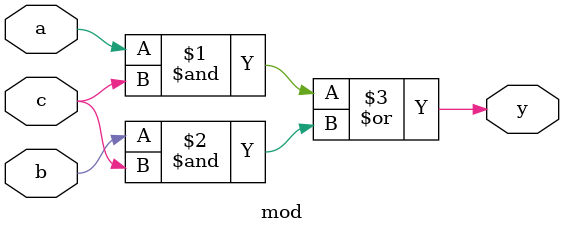
<source format=sv>
/**
 * Y = AC + BCのHDLモジュール
 */
module mod(input logic a, b, c,
	   output logic y);

   assign y = a & c | b & c;

endmodule // mod

</source>
